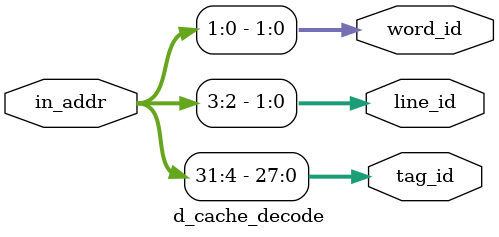
<source format=sv>
module d_cache_decode (in_addr,tag_id,line_id,word_id);

input logic [31:0] in_addr;
output logic [27:0] tag_id;
output logic [1:0] line_id;
output logic [1:0] word_id;


//define the outputs
assign tag_id=in_addr[31:4];
assign line_id=in_addr[3:2];
assign word_id=in_addr[1:0];

endmodule

</source>
